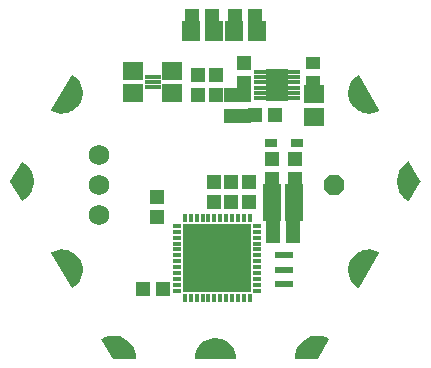
<source format=gbr>
G04 EAGLE Gerber RS-274X export*
G75*
%MOMM*%
%FSLAX34Y34*%
%LPD*%
%INSoldermask Bottom*%
%IPPOS*%
%AMOC8*
5,1,8,0,0,1.08239X$1,22.5*%
G01*
%ADD10R,1.303200X1.203200*%
%ADD11R,1.603197X0.603200*%
%ADD12R,0.753200X0.457200*%
%ADD13R,0.457200X0.753200*%
%ADD14R,5.803200X5.803200*%
%ADD15P,1.869504X8X22.500000*%
%ADD16R,1.203200X1.303200*%
%ADD17C,1.727200*%
%ADD18C,1.203200*%
%ADD19R,1.003200X0.703200*%
%ADD20R,1.703200X1.503200*%
%ADD21R,0.663200X0.383200*%
%ADD22R,1.503200X1.703200*%
%ADD23R,1.173200X1.103200*%
%ADD24R,1.003200X0.433200*%
%ADD25R,1.833200X2.803200*%

G36*
X17822Y-475D02*
X17822Y-475D01*
X17851Y-477D01*
X17919Y-455D01*
X17989Y-441D01*
X18013Y-424D01*
X18040Y-415D01*
X18094Y-369D01*
X18153Y-328D01*
X18168Y-304D01*
X18190Y-285D01*
X18221Y-221D01*
X18260Y-161D01*
X18264Y-132D01*
X18277Y-106D01*
X18286Y-7D01*
X18293Y35D01*
X18290Y46D01*
X18291Y60D01*
X18059Y2858D01*
X18050Y2891D01*
X18046Y2939D01*
X17357Y5661D01*
X17342Y5692D01*
X17330Y5739D01*
X16202Y8310D01*
X16182Y8339D01*
X16163Y8383D01*
X14627Y10733D01*
X14603Y10758D01*
X14576Y10799D01*
X12675Y12864D01*
X12647Y12885D01*
X12614Y12920D01*
X10399Y14645D01*
X10368Y14660D01*
X10330Y14690D01*
X7860Y16026D01*
X7827Y16036D01*
X7785Y16059D01*
X6599Y16466D01*
X5144Y16966D01*
X5129Y16971D01*
X5095Y16975D01*
X5049Y16991D01*
X2280Y17453D01*
X2245Y17452D01*
X2198Y17460D01*
X-610Y17460D01*
X-644Y17453D01*
X-692Y17453D01*
X-3462Y16991D01*
X-3494Y16979D01*
X-3542Y16971D01*
X-6197Y16059D01*
X-6227Y16042D01*
X-6273Y16026D01*
X-8742Y14690D01*
X-8769Y14667D01*
X-8811Y14645D01*
X-11027Y12920D01*
X-11049Y12894D01*
X-11087Y12864D01*
X-12989Y10799D01*
X-13007Y10769D01*
X-13040Y10733D01*
X-14575Y8383D01*
X-14588Y8351D01*
X-14615Y8310D01*
X-15742Y5739D01*
X-15750Y5705D01*
X-15753Y5699D01*
X-15758Y5690D01*
X-15759Y5684D01*
X-15769Y5661D01*
X-16458Y2939D01*
X-16460Y2905D01*
X-16472Y2858D01*
X-16704Y60D01*
X-16700Y31D01*
X-16705Y2D01*
X-16689Y-67D01*
X-16680Y-138D01*
X-16666Y-163D01*
X-16659Y-191D01*
X-16617Y-248D01*
X-16582Y-310D01*
X-16559Y-328D01*
X-16541Y-351D01*
X-16480Y-388D01*
X-16424Y-431D01*
X-16395Y-438D01*
X-16370Y-453D01*
X-16272Y-469D01*
X-16231Y-480D01*
X-16220Y-478D01*
X-16206Y-481D01*
X17794Y-481D01*
X17822Y-475D01*
G37*
G36*
X-120599Y59829D02*
X-120599Y59829D01*
X-120529Y59826D01*
X-120501Y59836D01*
X-120472Y59838D01*
X-120382Y59880D01*
X-120342Y59895D01*
X-120334Y59903D01*
X-120322Y59909D01*
X-118018Y61508D01*
X-117994Y61533D01*
X-117954Y61561D01*
X-115945Y63518D01*
X-115926Y63546D01*
X-115891Y63580D01*
X-114232Y65841D01*
X-114217Y65872D01*
X-114189Y65911D01*
X-112924Y68414D01*
X-112915Y68447D01*
X-112893Y68490D01*
X-112058Y71168D01*
X-112054Y71202D01*
X-112040Y71248D01*
X-111656Y74026D01*
X-111658Y74061D01*
X-111652Y74109D01*
X-111731Y76912D01*
X-111739Y76946D01*
X-111740Y76994D01*
X-112280Y79746D01*
X-112293Y79778D01*
X-112302Y79825D01*
X-113287Y82451D01*
X-113303Y82476D01*
X-113307Y82496D01*
X-113315Y82506D01*
X-113322Y82526D01*
X-114726Y84954D01*
X-114749Y84980D01*
X-114773Y85021D01*
X-116558Y87185D01*
X-116584Y87207D01*
X-116615Y87244D01*
X-118731Y89084D01*
X-118761Y89102D01*
X-118798Y89133D01*
X-121188Y90600D01*
X-121220Y90612D01*
X-121261Y90638D01*
X-123860Y91691D01*
X-123895Y91698D01*
X-123939Y91716D01*
X-126676Y92327D01*
X-126711Y92328D01*
X-126758Y92338D01*
X-129558Y92491D01*
X-129592Y92486D01*
X-129641Y92489D01*
X-132428Y92178D01*
X-132461Y92168D01*
X-132509Y92163D01*
X-135207Y91398D01*
X-135238Y91382D01*
X-135284Y91369D01*
X-137820Y90170D01*
X-137843Y90153D01*
X-137870Y90142D01*
X-137922Y90094D01*
X-137979Y90051D01*
X-137994Y90026D01*
X-138015Y90006D01*
X-138043Y89941D01*
X-138079Y89879D01*
X-138083Y89850D01*
X-138094Y89824D01*
X-138095Y89753D01*
X-138104Y89682D01*
X-138096Y89654D01*
X-138097Y89625D01*
X-138062Y89532D01*
X-138050Y89491D01*
X-138043Y89482D01*
X-138038Y89469D01*
X-121038Y60069D01*
X-121019Y60047D01*
X-121007Y60021D01*
X-120954Y59973D01*
X-120907Y59920D01*
X-120880Y59907D01*
X-120859Y59888D01*
X-120791Y59865D01*
X-120727Y59834D01*
X-120698Y59833D01*
X-120670Y59824D01*
X-120599Y59829D01*
G37*
G36*
X131180Y207551D02*
X131180Y207551D01*
X131228Y207549D01*
X134015Y207859D01*
X134048Y207870D01*
X134096Y207875D01*
X136794Y208640D01*
X136825Y208656D01*
X136872Y208669D01*
X139407Y209867D01*
X139431Y209885D01*
X139458Y209895D01*
X139509Y209944D01*
X139566Y209986D01*
X139581Y210012D01*
X139602Y210032D01*
X139631Y210097D01*
X139667Y210158D01*
X139670Y210187D01*
X139682Y210214D01*
X139683Y210285D01*
X139692Y210356D01*
X139684Y210384D01*
X139684Y210413D01*
X139649Y210506D01*
X139638Y210547D01*
X139631Y210556D01*
X139626Y210569D01*
X122626Y239969D01*
X122607Y239990D01*
X122594Y240017D01*
X122541Y240064D01*
X122494Y240118D01*
X122468Y240130D01*
X122446Y240150D01*
X122379Y240173D01*
X122315Y240203D01*
X122286Y240204D01*
X122258Y240214D01*
X122187Y240209D01*
X122116Y240212D01*
X122089Y240202D01*
X122060Y240200D01*
X121969Y240157D01*
X121930Y240142D01*
X121922Y240135D01*
X121909Y240129D01*
X119605Y238529D01*
X119581Y238504D01*
X119542Y238477D01*
X117533Y236520D01*
X117513Y236491D01*
X117479Y236458D01*
X115819Y234197D01*
X115805Y234165D01*
X115776Y234127D01*
X114512Y231623D01*
X114502Y231590D01*
X114481Y231547D01*
X113645Y228870D01*
X113642Y228835D01*
X113627Y228789D01*
X113244Y226011D01*
X113246Y225977D01*
X113239Y225929D01*
X113318Y223126D01*
X113326Y223092D01*
X113328Y223044D01*
X113867Y220291D01*
X113880Y220259D01*
X113890Y220212D01*
X114875Y217586D01*
X114893Y217557D01*
X114910Y217512D01*
X116314Y215084D01*
X116337Y215058D01*
X116361Y215016D01*
X118145Y212853D01*
X118172Y212831D01*
X118203Y212794D01*
X120319Y210953D01*
X120349Y210936D01*
X120385Y210904D01*
X122775Y209437D01*
X122808Y209425D01*
X122849Y209400D01*
X125448Y208346D01*
X125482Y208340D01*
X125527Y208322D01*
X128264Y207710D01*
X128298Y207710D01*
X128345Y207699D01*
X131146Y207546D01*
X131180Y207551D01*
G37*
G36*
X122220Y59829D02*
X122220Y59829D01*
X122291Y59829D01*
X122317Y59840D01*
X122346Y59843D01*
X122408Y59878D01*
X122474Y59906D01*
X122494Y59926D01*
X122520Y59941D01*
X122583Y60017D01*
X122613Y60048D01*
X122617Y60058D01*
X122626Y60069D01*
X139626Y89469D01*
X139635Y89497D01*
X139652Y89520D01*
X139667Y89590D01*
X139689Y89657D01*
X139687Y89686D01*
X139693Y89715D01*
X139679Y89785D01*
X139674Y89856D01*
X139660Y89882D01*
X139655Y89910D01*
X139615Y89969D01*
X139582Y90032D01*
X139560Y90051D01*
X139544Y90075D01*
X139462Y90132D01*
X139429Y90159D01*
X139419Y90162D01*
X139407Y90170D01*
X136872Y91369D01*
X136838Y91377D01*
X136794Y91398D01*
X134096Y92163D01*
X134062Y92165D01*
X134015Y92178D01*
X131228Y92489D01*
X131193Y92486D01*
X131146Y92491D01*
X128345Y92338D01*
X128312Y92330D01*
X128264Y92327D01*
X125527Y91716D01*
X125495Y91702D01*
X125448Y91691D01*
X122849Y90638D01*
X122820Y90618D01*
X122775Y90600D01*
X120385Y89133D01*
X120360Y89110D01*
X120319Y89084D01*
X118203Y87244D01*
X118181Y87216D01*
X118145Y87185D01*
X116361Y85021D01*
X116344Y84991D01*
X116314Y84954D01*
X114910Y82526D01*
X114899Y82493D01*
X114891Y82480D01*
X114882Y82465D01*
X114882Y82463D01*
X114875Y82451D01*
X113890Y79825D01*
X113884Y79791D01*
X113867Y79746D01*
X113328Y76994D01*
X113328Y76959D01*
X113318Y76912D01*
X113239Y74109D01*
X113245Y74074D01*
X113244Y74026D01*
X113627Y71248D01*
X113639Y71215D01*
X113645Y71168D01*
X114481Y68490D01*
X114497Y68460D01*
X114512Y68414D01*
X115776Y65911D01*
X115798Y65884D01*
X115819Y65841D01*
X117479Y63580D01*
X117504Y63557D01*
X117533Y63518D01*
X119542Y61561D01*
X119571Y61542D01*
X119605Y61508D01*
X121909Y59909D01*
X121936Y59897D01*
X121958Y59879D01*
X122026Y59858D01*
X122092Y59830D01*
X122121Y59830D01*
X122149Y59822D01*
X122220Y59829D01*
G37*
G36*
X-126758Y207699D02*
X-126758Y207699D01*
X-126724Y207708D01*
X-126676Y207710D01*
X-123939Y208322D01*
X-123908Y208336D01*
X-123860Y208346D01*
X-121261Y209400D01*
X-121232Y209419D01*
X-121188Y209437D01*
X-118798Y210904D01*
X-118772Y210928D01*
X-118731Y210953D01*
X-116615Y212794D01*
X-116594Y212821D01*
X-116558Y212853D01*
X-114773Y215016D01*
X-114757Y215047D01*
X-114726Y215084D01*
X-113322Y217512D01*
X-113311Y217545D01*
X-113287Y217586D01*
X-112302Y220212D01*
X-112297Y220246D01*
X-112280Y220291D01*
X-111740Y223044D01*
X-111740Y223078D01*
X-111731Y223126D01*
X-111652Y225929D01*
X-111658Y225963D01*
X-111656Y226011D01*
X-112040Y228789D01*
X-112051Y228822D01*
X-112058Y228870D01*
X-112893Y231547D01*
X-112910Y231578D01*
X-112924Y231623D01*
X-114189Y234127D01*
X-114210Y234154D01*
X-114232Y234197D01*
X-115891Y236458D01*
X-115917Y236481D01*
X-115945Y236520D01*
X-117954Y238477D01*
X-117983Y238496D01*
X-118018Y238529D01*
X-120322Y240129D01*
X-120348Y240140D01*
X-120371Y240159D01*
X-120439Y240179D01*
X-120504Y240207D01*
X-120533Y240208D01*
X-120561Y240216D01*
X-120632Y240208D01*
X-120703Y240209D01*
X-120730Y240197D01*
X-120759Y240194D01*
X-120821Y240159D01*
X-120887Y240132D01*
X-120907Y240111D01*
X-120932Y240097D01*
X-120996Y240020D01*
X-121026Y239990D01*
X-121030Y239979D01*
X-121038Y239969D01*
X-138038Y210569D01*
X-138048Y210541D01*
X-138064Y210517D01*
X-138079Y210448D01*
X-138102Y210380D01*
X-138099Y210351D01*
X-138106Y210323D01*
X-138092Y210253D01*
X-138086Y210182D01*
X-138073Y210156D01*
X-138067Y210127D01*
X-138028Y210069D01*
X-137995Y210005D01*
X-137972Y209987D01*
X-137956Y209963D01*
X-137874Y209906D01*
X-137842Y209879D01*
X-137831Y209875D01*
X-137820Y209867D01*
X-135284Y208669D01*
X-135250Y208661D01*
X-135207Y208640D01*
X-132509Y207875D01*
X-132474Y207872D01*
X-132428Y207859D01*
X-129641Y207549D01*
X-129606Y207552D01*
X-129558Y207546D01*
X-126758Y207699D01*
G37*
G36*
X164521Y133029D02*
X164521Y133029D01*
X164592Y133029D01*
X164618Y133040D01*
X164647Y133044D01*
X164710Y133079D01*
X164775Y133106D01*
X164795Y133127D01*
X164821Y133141D01*
X164884Y133218D01*
X164914Y133249D01*
X164918Y133259D01*
X164926Y133270D01*
X174426Y149770D01*
X174437Y149801D01*
X174445Y149814D01*
X174449Y149839D01*
X174451Y149842D01*
X174482Y149913D01*
X174482Y149936D01*
X174489Y149958D01*
X174483Y150035D01*
X174484Y150112D01*
X174475Y150136D01*
X174474Y150157D01*
X174453Y150196D01*
X174426Y150268D01*
X164926Y166768D01*
X164907Y166790D01*
X164895Y166816D01*
X164842Y166864D01*
X164795Y166917D01*
X164769Y166930D01*
X164747Y166949D01*
X164680Y166972D01*
X164616Y167003D01*
X164587Y167004D01*
X164559Y167014D01*
X164488Y167009D01*
X164417Y167012D01*
X164390Y167002D01*
X164361Y167000D01*
X164270Y166958D01*
X164230Y166943D01*
X164222Y166935D01*
X164210Y166930D01*
X161687Y165188D01*
X161663Y165163D01*
X161624Y165137D01*
X159413Y163013D01*
X159394Y162985D01*
X159360Y162953D01*
X157518Y160502D01*
X157503Y160471D01*
X157475Y160434D01*
X156050Y157719D01*
X156041Y157687D01*
X156025Y157662D01*
X156024Y157654D01*
X156019Y157645D01*
X155048Y154736D01*
X155043Y154703D01*
X155028Y154658D01*
X154536Y151632D01*
X154538Y151598D01*
X154530Y151552D01*
X154530Y148486D01*
X154531Y148482D01*
X154530Y148480D01*
X154537Y148453D01*
X154537Y148452D01*
X154536Y148406D01*
X155028Y145379D01*
X155040Y145347D01*
X155048Y145301D01*
X156019Y142393D01*
X156035Y142363D01*
X156050Y142319D01*
X157475Y139604D01*
X157496Y139578D01*
X157518Y139536D01*
X159360Y137085D01*
X159385Y137062D01*
X159413Y137025D01*
X161624Y134900D01*
X161653Y134882D01*
X161687Y134850D01*
X164210Y133108D01*
X164237Y133097D01*
X164259Y133078D01*
X164327Y133058D01*
X164393Y133030D01*
X164422Y133030D01*
X164450Y133021D01*
X164521Y133029D01*
G37*
G36*
X-162901Y133029D02*
X-162901Y133029D01*
X-162829Y133025D01*
X-162802Y133036D01*
X-162773Y133038D01*
X-162683Y133080D01*
X-162643Y133095D01*
X-162635Y133102D01*
X-162623Y133108D01*
X-160099Y134850D01*
X-160076Y134874D01*
X-160037Y134900D01*
X-157826Y137025D01*
X-157806Y137052D01*
X-157772Y137085D01*
X-155930Y139536D01*
X-155916Y139567D01*
X-155887Y139604D01*
X-154463Y142319D01*
X-154453Y142351D01*
X-154431Y142393D01*
X-153460Y145301D01*
X-153456Y145335D01*
X-153441Y145379D01*
X-152949Y148406D01*
X-152950Y148439D01*
X-152943Y148486D01*
X-152943Y151552D01*
X-152949Y151585D01*
X-152949Y151632D01*
X-153441Y154658D01*
X-153453Y154690D01*
X-153460Y154736D01*
X-154431Y157645D01*
X-154444Y157668D01*
X-154450Y157693D01*
X-154457Y157702D01*
X-154463Y157719D01*
X-155887Y160434D01*
X-155909Y160460D01*
X-155930Y160502D01*
X-157772Y162953D01*
X-157798Y162975D01*
X-157826Y163013D01*
X-160037Y165137D01*
X-160066Y165155D01*
X-160099Y165188D01*
X-162623Y166930D01*
X-162649Y166941D01*
X-162672Y166959D01*
X-162740Y166980D01*
X-162806Y167008D01*
X-162834Y167008D01*
X-162862Y167016D01*
X-162933Y167008D01*
X-163004Y167008D01*
X-163031Y166997D01*
X-163060Y166994D01*
X-163122Y166959D01*
X-163188Y166931D01*
X-163208Y166910D01*
X-163233Y166896D01*
X-163297Y166819D01*
X-163326Y166789D01*
X-163330Y166778D01*
X-163339Y166768D01*
X-172839Y150268D01*
X-172863Y150195D01*
X-172894Y150124D01*
X-172895Y150101D01*
X-172902Y150079D01*
X-172896Y150003D01*
X-172897Y149926D01*
X-172888Y149901D01*
X-172886Y149881D01*
X-172866Y149841D01*
X-172846Y149789D01*
X-172845Y149784D01*
X-172844Y149782D01*
X-172839Y149770D01*
X-163339Y133270D01*
X-163320Y133248D01*
X-163308Y133222D01*
X-163255Y133174D01*
X-163207Y133121D01*
X-163181Y133108D01*
X-163160Y133089D01*
X-163092Y133065D01*
X-163028Y133035D01*
X-162999Y133033D01*
X-162972Y133024D01*
X-162901Y133029D01*
G37*
G36*
X87470Y-465D02*
X87470Y-465D01*
X87547Y-456D01*
X87567Y-445D01*
X87589Y-441D01*
X87653Y-397D01*
X87721Y-359D01*
X87736Y-340D01*
X87753Y-328D01*
X87777Y-291D01*
X87826Y-230D01*
X97326Y16270D01*
X97335Y16297D01*
X97352Y16320D01*
X97367Y16391D01*
X97389Y16458D01*
X97387Y16487D01*
X97393Y16515D01*
X97379Y16585D01*
X97374Y16657D01*
X97360Y16682D01*
X97355Y16710D01*
X97315Y16769D01*
X97282Y16833D01*
X97260Y16851D01*
X97244Y16875D01*
X97161Y16933D01*
X97128Y16959D01*
X97118Y16962D01*
X97107Y16970D01*
X94341Y18279D01*
X94308Y18287D01*
X94266Y18307D01*
X91326Y19155D01*
X91292Y19157D01*
X91247Y19171D01*
X88209Y19536D01*
X88175Y19533D01*
X88129Y19539D01*
X85072Y19412D01*
X85039Y19404D01*
X84992Y19402D01*
X81995Y18787D01*
X81964Y18773D01*
X81918Y18764D01*
X79058Y17676D01*
X79029Y17658D01*
X78985Y17641D01*
X76337Y16108D01*
X76312Y16086D01*
X76271Y16062D01*
X73903Y14124D01*
X73882Y14098D01*
X73846Y14069D01*
X71819Y11776D01*
X71802Y11747D01*
X71771Y11712D01*
X70139Y9124D01*
X70127Y9092D01*
X70101Y9052D01*
X68906Y6236D01*
X68899Y6203D01*
X68896Y6196D01*
X68892Y6189D01*
X68891Y6184D01*
X68880Y6160D01*
X68151Y3188D01*
X68150Y3154D01*
X68139Y3109D01*
X67896Y58D01*
X67900Y30D01*
X67895Y2D01*
X67911Y-68D01*
X67920Y-139D01*
X67934Y-164D01*
X67941Y-191D01*
X67983Y-249D01*
X68019Y-311D01*
X68042Y-329D01*
X68059Y-351D01*
X68120Y-388D01*
X68178Y-431D01*
X68205Y-438D01*
X68230Y-453D01*
X68330Y-470D01*
X68371Y-480D01*
X68381Y-478D01*
X68394Y-481D01*
X87394Y-481D01*
X87470Y-465D01*
G37*
G36*
X-66778Y-475D02*
X-66778Y-475D01*
X-66750Y-477D01*
X-66682Y-455D01*
X-66611Y-441D01*
X-66588Y-425D01*
X-66561Y-416D01*
X-66507Y-369D01*
X-66447Y-328D01*
X-66432Y-305D01*
X-66411Y-286D01*
X-66379Y-221D01*
X-66340Y-161D01*
X-66336Y-133D01*
X-66323Y-107D01*
X-66314Y-6D01*
X-66307Y35D01*
X-66310Y45D01*
X-66309Y58D01*
X-66551Y3109D01*
X-66561Y3141D01*
X-66564Y3188D01*
X-67293Y6160D01*
X-67307Y6190D01*
X-67318Y6236D01*
X-68514Y9052D01*
X-68533Y9080D01*
X-68551Y9124D01*
X-70184Y11712D01*
X-70207Y11736D01*
X-70232Y11776D01*
X-72258Y14069D01*
X-72285Y14089D01*
X-72316Y14124D01*
X-74684Y16062D01*
X-74714Y16078D01*
X-74750Y16108D01*
X-77398Y17641D01*
X-77430Y17652D01*
X-77470Y17676D01*
X-80330Y18764D01*
X-80364Y18770D01*
X-80407Y18787D01*
X-83405Y19402D01*
X-83439Y19402D01*
X-83484Y19412D01*
X-86542Y19539D01*
X-86575Y19534D01*
X-86622Y19536D01*
X-89660Y19171D01*
X-89692Y19160D01*
X-89739Y19155D01*
X-92679Y18307D01*
X-92709Y18291D01*
X-92754Y18279D01*
X-95520Y16970D01*
X-95543Y16953D01*
X-95570Y16943D01*
X-95622Y16894D01*
X-95679Y16851D01*
X-95693Y16826D01*
X-95714Y16807D01*
X-95743Y16741D01*
X-95779Y16679D01*
X-95783Y16651D01*
X-95794Y16624D01*
X-95795Y16553D01*
X-95804Y16482D01*
X-95796Y16454D01*
X-95797Y16426D01*
X-95762Y16331D01*
X-95750Y16290D01*
X-95743Y16282D01*
X-95739Y16270D01*
X-86239Y-230D01*
X-86187Y-289D01*
X-86141Y-351D01*
X-86122Y-363D01*
X-86107Y-379D01*
X-86037Y-413D01*
X-85970Y-453D01*
X-85946Y-457D01*
X-85928Y-465D01*
X-85883Y-467D01*
X-85806Y-481D01*
X-66806Y-481D01*
X-66778Y-475D01*
G37*
D10*
X48419Y151838D03*
X48419Y168838D03*
X68263Y168838D03*
X68263Y151838D03*
D11*
X58738Y63406D03*
X58738Y75406D03*
X58738Y87406D03*
D12*
X36181Y112438D03*
X36181Y107437D03*
X36181Y102435D03*
X36181Y97434D03*
X36181Y92433D03*
X36181Y87432D03*
X36181Y82430D03*
X36181Y77429D03*
X36181Y72428D03*
X36181Y67427D03*
X36181Y62425D03*
X36181Y57424D03*
D13*
X29888Y51131D03*
X24887Y51131D03*
X19885Y51131D03*
X14884Y51131D03*
X9883Y51131D03*
X4882Y51131D03*
X-120Y51131D03*
X-5121Y51131D03*
X-10122Y51131D03*
X-15123Y51131D03*
X-20125Y51131D03*
X-25126Y51131D03*
D12*
X-31419Y57424D03*
X-31419Y62425D03*
X-31419Y67427D03*
X-31419Y72428D03*
X-31419Y77429D03*
X-31419Y82430D03*
X-31419Y87432D03*
X-31419Y92433D03*
X-31419Y97434D03*
X-31419Y102435D03*
X-31419Y107437D03*
X-31419Y112438D03*
D13*
X-25126Y118731D03*
X-20125Y118731D03*
X-15123Y118731D03*
X-10122Y118731D03*
X-5121Y118731D03*
X-120Y118731D03*
X4882Y118731D03*
X9883Y118731D03*
X14884Y118731D03*
X19885Y118731D03*
X24887Y118731D03*
X29888Y118731D03*
D14*
X2381Y84931D03*
D15*
X101600Y146844D03*
D10*
X-48419Y137088D03*
X-48419Y120088D03*
D16*
X-43888Y58738D03*
X-60888Y58738D03*
D10*
X49444Y113506D03*
X66444Y113506D03*
X49444Y103981D03*
X66444Y103981D03*
D17*
X-97631Y172244D03*
X-97631Y146844D03*
X-97631Y121444D03*
D10*
X-794Y132788D03*
X-794Y149788D03*
X14288Y132788D03*
X14288Y149788D03*
X29369Y132788D03*
X29369Y149788D03*
D18*
X165994Y150019D03*
X83394Y6919D03*
X-81806Y6919D03*
X-164406Y150019D03*
X124694Y221519D03*
X124694Y78519D03*
X794Y6919D03*
X-123106Y78519D03*
X-123106Y221519D03*
D19*
X69738Y182563D03*
X47738Y182563D03*
D20*
X-35719Y243656D03*
X-35719Y224656D03*
X-69056Y243656D03*
X-69056Y224656D03*
D21*
X-48988Y238156D03*
X-48988Y234156D03*
X-48988Y230156D03*
X-55788Y230156D03*
X-55788Y234156D03*
X-55788Y238156D03*
D10*
X17694Y289719D03*
X34694Y289719D03*
D22*
X16694Y277813D03*
X35694Y277813D03*
X-819Y277813D03*
X-19819Y277813D03*
D10*
X-1819Y290513D03*
X-18819Y290513D03*
D23*
X83344Y234244D03*
X83344Y249944D03*
D24*
X67681Y243025D03*
X67681Y238525D03*
X67681Y234025D03*
X67681Y229525D03*
X67681Y225025D03*
X67681Y220525D03*
X38681Y220525D03*
X38681Y225025D03*
X38681Y229525D03*
X38681Y234025D03*
X38681Y238525D03*
X38681Y243025D03*
D25*
X53181Y231775D03*
D16*
X24606Y233594D03*
X24606Y250594D03*
D10*
X14288Y205813D03*
X14288Y222813D03*
D16*
X51363Y206375D03*
X34363Y206375D03*
X24606Y222813D03*
X24606Y205813D03*
D20*
X84138Y223813D03*
X84138Y204813D03*
D22*
X48444Y125413D03*
X67444Y125413D03*
X48444Y139700D03*
X67444Y139700D03*
D10*
X-14288Y240275D03*
X-14288Y223275D03*
X1588Y240275D03*
X1588Y223275D03*
M02*

</source>
